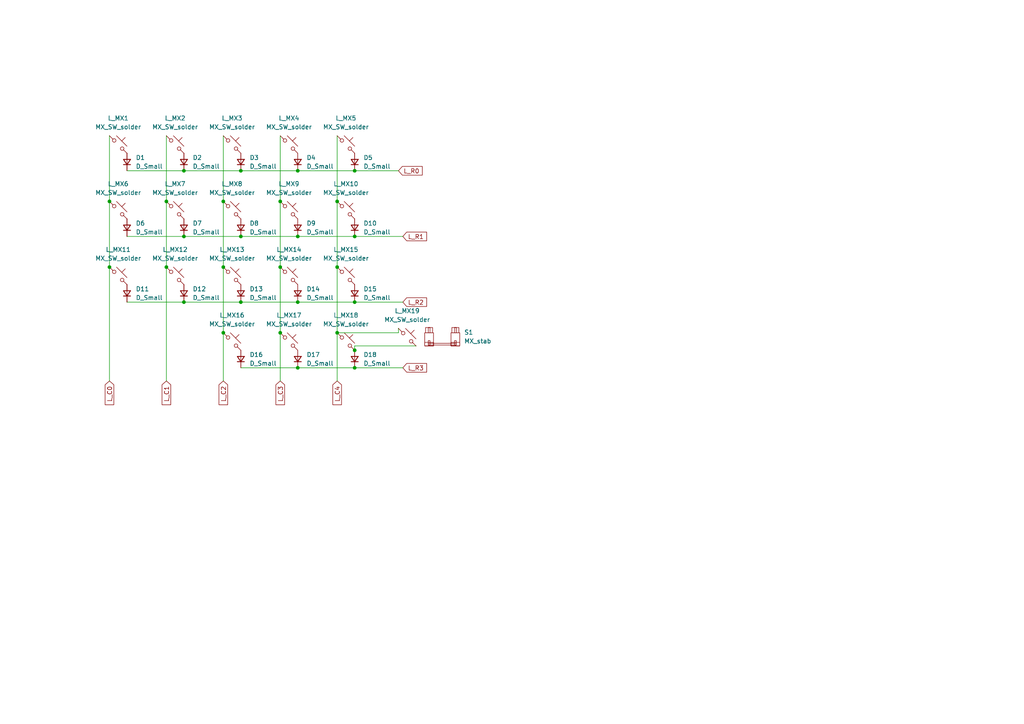
<source format=kicad_sch>
(kicad_sch (version 20230121) (generator eeschema)
  (paper "A4")
  (lib_symbols
    (symbol "Device:D_Small" (pin_numbers hide) (pin_names (offset 0.254) hide)
      (property "Reference" "D" (at -1.27 2.032 0))
      (property "Value" "D_Small" (at -3.81 -2.032 0))
      (symbol "D_Small_0_1"
        (polyline (pts (xy -0.762 -1.016) (xy -0.762 1.016)) (stroke (width 0.254)))
        (polyline (pts (xy -0.762 0) (xy 0.762 0)))
        (polyline (pts (xy 0.762 -1.016) (xy -0.762 0) (xy 0.762 1.016) (xy 0.762 -1.016)) (stroke (width 0.254)))
      )
      (symbol "D_Small_1_1"
        (pin passive line (at -2.54 0 0) (length 1.778) (name "K") (number "1"))
        (pin passive line (at 2.54 0 180) (length 1.778) (name "A") (number "2"))
      )
    )
    (symbol "PCM_marbastlib-mx:MX_SW_solder" (pin_numbers hide) (pin_names (offset 1.016) hide)
      (property "Reference" "MX" (at 3.048 1.016 0))
      (property "Value" "MX_SW_solder" (at 0 -3.81 0))
      (symbol "MX_SW_solder_0_1"
        (circle (center -1.1684 1.1684) (radius 0.508))
        (polyline (pts (xy -0.508 2.54) (xy 2.54 -0.508)))
        (polyline (pts (xy 1.016 1.016) (xy 2.032 2.032)))
        (polyline (pts (xy -2.54 2.54) (xy -1.524 1.524) (xy -1.524 1.524)))
        (polyline (pts (xy 1.524 -1.524) (xy 2.54 -2.54) (xy 2.54 -2.54) (xy 2.54 -2.54)))
        (circle (center 1.143 -1.1938) (radius 0.508))
        (pin passive line (at -2.54 2.54 0) (length 0) (name "1") (number "1"))
        (pin passive line (at 2.54 -2.54 180) (length 0) (name "2") (number "2"))
      )
    )
    (symbol "PCM_marbastlib-mx:MX_stab" (pin_names (offset 1.016))
      (property "Reference" "S" (at -5.08 6.35 0))
      (property "Value" "MX_stab" (at -5.08 3.81 0))
      (symbol "MX_stab_0_1"
        (rectangle (start -5.08 -1.524) (end -2.54 -2.54))
        (rectangle (start -5.08 1.27) (end -2.54 -2.54))
        (rectangle (start -4.826 2.794) (end -2.794 1.27))
        (rectangle (start -4.064 -2.286) (end -3.556 -1.016))
        (rectangle (start -4.064 -1.778) (end 4.064 -2.286))
        (rectangle (start -4.064 1.27) (end -3.556 2.794))
        (rectangle (start 2.54 -1.524) (end 5.08 -2.54))
        (rectangle (start 2.54 1.27) (end 5.08 -2.54))
        (rectangle (start 2.794 2.794) (end 4.826 1.27))
        (rectangle (start 3.556 1.27) (end 4.064 2.794))
        (rectangle (start 4.064 -2.286) (end 3.556 -1.016))
      )
    )
  )
  (junction (at 86.36 106.68))
  (junction (at 102.87 106.68))
  (junction (at 53.34 87.63))
  (junction (at 81.28 77.47))
  (junction (at 69.85 68.58))
  (junction (at 31.75 77.47))
  (junction (at 69.85 49.53))
  (junction (at 64.77 96.52))
  (junction (at 86.36 68.58))
  (junction (at 31.75 58.42))
  (junction (at 102.87 101.6))
  (junction (at 81.28 96.52))
  (junction (at 102.87 87.63))
  (junction (at 102.87 68.58))
  (junction (at 53.34 49.53))
  (junction (at 81.28 58.42))
  (junction (at 102.87 49.53))
  (junction (at 69.85 87.63))
  (junction (at 53.34 68.58))
  (junction (at 64.77 58.42))
  (junction (at 48.26 58.42))
  (junction (at 97.79 58.42))
  (junction (at 97.79 96.52))
  (junction (at 97.79 77.47))
  (junction (at 86.36 49.53))
  (junction (at 86.36 87.63))
  (junction (at 64.77 77.47))
  (junction (at 48.26 77.47))
  (wire (pts (xy 115.57 96.52) (xy 115.57 95.25)))
  (wire (pts (xy 53.34 49.53) (xy 69.85 49.53)))
  (wire (pts (xy 86.36 68.58) (xy 102.87 68.58)))
  (wire (pts (xy 64.77 77.47) (xy 64.77 96.52)))
  (wire (pts (xy 31.75 39.37) (xy 31.75 58.42)))
  (wire (pts (xy 102.87 106.68) (xy 116.84 106.68)))
  (wire (pts (xy 69.85 106.68) (xy 86.36 106.68)))
  (wire (pts (xy 69.85 49.53) (xy 86.36 49.53)))
  (wire (pts (xy 102.87 87.63) (xy 116.84 87.63)))
  (wire (pts (xy 81.28 39.37) (xy 81.28 58.42)))
  (wire (pts (xy 86.36 87.63) (xy 102.87 87.63)))
  (wire (pts (xy 102.87 49.53) (xy 115.57 49.53)))
  (wire (pts (xy 81.28 58.42) (xy 81.28 77.47)))
  (wire (pts (xy 48.26 39.37) (xy 48.26 58.42)))
  (wire (pts (xy 97.79 96.52) (xy 115.57 96.52)))
  (wire (pts (xy 64.77 96.52) (xy 64.77 110.49)))
  (wire (pts (xy 69.85 68.58) (xy 86.36 68.58)))
  (wire (pts (xy 64.77 39.37) (xy 64.77 58.42)))
  (wire (pts (xy 53.34 87.63) (xy 69.85 87.63)))
  (wire (pts (xy 97.79 96.52) (xy 97.79 110.49)))
  (wire (pts (xy 102.87 100.33) (xy 102.87 101.6)))
  (wire (pts (xy 31.75 77.47) (xy 31.75 110.49)))
  (wire (pts (xy 102.87 68.58) (xy 116.84 68.58)))
  (wire (pts (xy 64.77 58.42) (xy 64.77 77.47)))
  (wire (pts (xy 81.28 77.47) (xy 81.28 96.52)))
  (wire (pts (xy 102.87 100.33) (xy 120.65 100.33)))
  (wire (pts (xy 86.36 49.53) (xy 102.87 49.53)))
  (wire (pts (xy 48.26 77.47) (xy 48.26 110.49)))
  (wire (pts (xy 36.83 87.63) (xy 53.34 87.63)))
  (wire (pts (xy 97.79 58.42) (xy 97.79 77.47)))
  (wire (pts (xy 36.83 49.53) (xy 53.34 49.53)))
  (wire (pts (xy 97.79 39.37) (xy 97.79 58.42)))
  (wire (pts (xy 36.83 68.58) (xy 53.34 68.58)))
  (wire (pts (xy 97.79 77.47) (xy 97.79 96.52)))
  (wire (pts (xy 81.28 96.52) (xy 81.28 110.49)))
  (wire (pts (xy 69.85 87.63) (xy 86.36 87.63)))
  (wire (pts (xy 86.36 106.68) (xy 102.87 106.68)))
  (wire (pts (xy 48.26 58.42) (xy 48.26 77.47)))
  (wire (pts (xy 31.75 58.42) (xy 31.75 77.47)))
  (wire (pts (xy 53.34 68.58) (xy 69.85 68.58)))
  (global_label "L_C1" (shape input) (at 48.26 110.49 270) (property "Intersheetrefs" "${INTERSHEET_REFS}" (effects hide)))
  (global_label "L_R0" (shape input) (at 115.57 49.53 0) (property "Intersheetrefs" "${INTERSHEET_REFS}" (effects hide)))
  (global_label "L_C2" (shape input) (at 64.77 110.49 270) (property "Intersheetrefs" "${INTERSHEET_REFS}" (effects hide)))
  (global_label "L_R2" (shape input) (at 116.84 87.63 0) (property "Intersheetrefs" "${INTERSHEET_REFS}" (effects hide)))
  (global_label "L_R1" (shape input) (at 116.84 68.58 0) (property "Intersheetrefs" "${INTERSHEET_REFS}" (effects hide)))
  (global_label "L_C4" (shape input) (at 97.79 110.49 270) (property "Intersheetrefs" "${INTERSHEET_REFS}" (effects hide)))
  (global_label "L_R3" (shape input) (at 116.84 106.68 0) (property "Intersheetrefs" "${INTERSHEET_REFS}" (effects hide)))
  (global_label "L_C3" (shape input) (at 81.28 110.49 270) (property "Intersheetrefs" "${INTERSHEET_REFS}" (effects hide)))
  (global_label "L_C0" (shape input) (at 31.75 110.49 270) (property "Intersheetrefs" "${INTERSHEET_REFS}" (effects hide)))
  (symbol (lib_id "Device:D_Small") (at 36.83 66.04 90) (unit 1)
    (property "Reference" "D6" (at 39.37 64.77 90) (effects (justify right)))
    (property "Value" "D_Small" (at 39.37 67.31 90) (effects (justify right)))
    (property "Footprint" "Diode_SMD:D_SOD-323" (effects hide))
    (property "Sim.Device" "D" (effects hide))
    (property "Sim.Pins" "1=K 2=A" (effects hide))
  )
  (symbol (lib_id "Device:D_Small") (at 36.83 46.99 90) (unit 1)
    (property "Reference" "D1" (at 39.37 45.72 90) (effects (justify right)))
    (property "Value" "D_Small" (at 39.37 48.26 90) (effects (justify right)))
    (property "Footprint" "Diode_SMD:D_SOD-323" (effects hide))
    (property "Sim.Device" "D" (effects hide))
    (property "Sim.Pins" "1=K 2=A" (effects hide))
  )
  (symbol (lib_id "Device:D_Small") (at 53.34 85.09 90) (unit 1)
    (property "Reference" "D12" (at 55.88 83.82 90) (effects (justify right)))
    (property "Value" "D_Small" (at 55.88 86.36 90) (effects (justify right)))
    (property "Footprint" "Diode_SMD:D_SOD-323" (effects hide))
    (property "Sim.Device" "D" (effects hide))
    (property "Sim.Pins" "1=K 2=A" (effects hide))
  )
  (symbol (lib_id "Device:D_Small") (at 69.85 104.14 90) (unit 1)
    (property "Reference" "D16" (at 72.39 102.87 90) (effects (justify right)))
    (property "Value" "D_Small" (at 72.39 105.41 90) (effects (justify right)))
    (property "Footprint" "Diode_SMD:D_SOD-323" (effects hide))
    (property "Sim.Device" "D" (effects hide))
    (property "Sim.Pins" "1=K 2=A" (effects hide))
  )
  (symbol (lib_id "Device:D_Small") (at 86.36 66.04 90) (unit 1)
    (property "Reference" "D9" (at 88.9 64.77 90) (effects (justify right)))
    (property "Value" "D_Small" (at 88.9 67.31 90) (effects (justify right)))
    (property "Footprint" "Diode_SMD:D_SOD-323" (effects hide))
    (property "Sim.Device" "D" (effects hide))
    (property "Sim.Pins" "1=K 2=A" (effects hide))
  )
  (symbol (lib_id "PCM_marbastlib-mx:MX_SW_solder") (at 83.82 41.91 0) (unit 1)
    (property "Reference" "L_MX4" (at 83.82 34.29 0))
    (property "Value" "MX_SW_solder" (at 83.82 36.83 0))
    (property "Footprint" "PCM_marbastlib-mx:SW_MX_1.25u" (effects hide))
  )
  (symbol (lib_id "PCM_marbastlib-mx:MX_SW_solder") (at 83.82 99.06 0) (unit 1)
    (property "Reference" "L_MX17" (at 83.82 91.44 0))
    (property "Value" "MX_SW_solder" (at 83.82 93.98 0))
    (property "Footprint" "PCM_marbastlib-mx:SW_MX_1u" (effects hide))
  )
  (symbol (lib_id "Device:D_Small") (at 69.85 66.04 90) (unit 1)
    (property "Reference" "D8" (at 72.39 64.77 90) (effects (justify right)))
    (property "Value" "D_Small" (at 72.39 67.31 90) (effects (justify right)))
    (property "Footprint" "Diode_SMD:D_SOD-323" (effects hide))
    (property "Sim.Device" "D" (effects hide))
    (property "Sim.Pins" "1=K 2=A" (effects hide))
  )
  (symbol (lib_id "PCM_marbastlib-mx:MX_SW_solder") (at 50.8 41.91 0) (unit 1)
    (property "Reference" "L_MX2" (at 50.8 34.29 0))
    (property "Value" "MX_SW_solder" (at 50.8 36.83 0))
    (property "Footprint" "PCM_marbastlib-mx:SW_MX_1.5u" (effects hide))
  )
  (symbol (lib_id "Device:D_Small") (at 102.87 46.99 90) (unit 1)
    (property "Reference" "D5" (at 105.41 45.72 90) (effects (justify right)))
    (property "Value" "D_Small" (at 105.41 48.26 90) (effects (justify right)))
    (property "Footprint" "Diode_SMD:D_SOD-323" (effects hide))
    (property "Sim.Device" "D" (effects hide))
    (property "Sim.Pins" "1=K 2=A" (effects hide))
  )
  (symbol (lib_id "PCM_marbastlib-mx:MX_SW_solder") (at 67.31 60.96 0) (unit 1)
    (property "Reference" "L_MX8" (at 67.31 53.34 0))
    (property "Value" "MX_SW_solder" (at 67.31 55.88 0))
    (property "Footprint" "PCM_marbastlib-mx:SW_MX_1u" (effects hide))
  )
  (symbol (lib_id "PCM_marbastlib-mx:MX_SW_solder") (at 67.31 99.06 0) (unit 1)
    (property "Reference" "L_MX16" (at 67.31 91.44 0))
    (property "Value" "MX_SW_solder" (at 67.31 93.98 0))
    (property "Footprint" "PCM_marbastlib-mx:SW_MX_1u" (effects hide))
  )
  (symbol (lib_id "Device:D_Small") (at 53.34 66.04 90) (unit 1)
    (property "Reference" "D7" (at 55.88 64.77 90) (effects (justify right)))
    (property "Value" "D_Small" (at 55.88 67.31 90) (effects (justify right)))
    (property "Footprint" "Diode_SMD:D_SOD-323" (effects hide))
    (property "Sim.Device" "D" (effects hide))
    (property "Sim.Pins" "1=K 2=A" (effects hide))
  )
  (symbol (lib_id "Device:D_Small") (at 69.85 85.09 90) (unit 1)
    (property "Reference" "D13" (at 72.39 83.82 90) (effects (justify right)))
    (property "Value" "D_Small" (at 72.39 86.36 90) (effects (justify right)))
    (property "Footprint" "Diode_SMD:D_SOD-323" (effects hide))
    (property "Sim.Device" "D" (effects hide))
    (property "Sim.Pins" "1=K 2=A" (effects hide))
  )
  (symbol (lib_id "PCM_marbastlib-mx:MX_SW_solder") (at 67.31 41.91 0) (unit 1)
    (property "Reference" "L_MX3" (at 67.31 34.29 0))
    (property "Value" "MX_SW_solder" (at 67.31 36.83 0))
    (property "Footprint" "PCM_marbastlib-mx:SW_MX_1u" (effects hide))
  )
  (symbol (lib_id "PCM_marbastlib-mx:MX_SW_solder") (at 83.82 60.96 0) (unit 1)
    (property "Reference" "L_MX9" (at 83.82 53.34 0))
    (property "Value" "MX_SW_solder" (at 83.82 55.88 0))
    (property "Footprint" "PCM_marbastlib-mx:SW_MX_1u" (effects hide))
  )
  (symbol (lib_id "PCM_marbastlib-mx:MX_SW_solder") (at 50.8 80.01 0) (unit 1)
    (property "Reference" "L_MX12" (at 50.8 72.39 0))
    (property "Value" "MX_SW_solder" (at 50.8 74.93 0))
    (property "Footprint" "PCM_marbastlib-mx:SW_MX_1.75u" (effects hide))
  )
  (symbol (lib_id "PCM_marbastlib-mx:MX_SW_solder") (at 100.33 80.01 0) (unit 1)
    (property "Reference" "L_MX15" (at 100.33 72.39 0))
    (property "Value" "MX_SW_solder" (at 100.33 74.93 0))
    (property "Footprint" "PCM_marbastlib-mx:SW_MX_1u" (effects hide))
  )
  (symbol (lib_id "Device:D_Small") (at 102.87 85.09 90) (unit 1)
    (property "Reference" "D15" (at 105.41 83.82 90) (effects (justify right)))
    (property "Value" "D_Small" (at 105.41 86.36 90) (effects (justify right)))
    (property "Footprint" "Diode_SMD:D_SOD-323" (effects hide))
    (property "Sim.Device" "D" (effects hide))
    (property "Sim.Pins" "1=K 2=A" (effects hide))
  )
  (symbol (lib_id "Device:D_Small") (at 102.87 104.14 90) (unit 1)
    (property "Reference" "D18" (at 105.41 102.87 90) (effects (justify right)))
    (property "Value" "D_Small" (at 105.41 105.41 90) (effects (justify right)))
    (property "Footprint" "Diode_SMD:D_SOD-323" (effects hide))
    (property "Sim.Device" "D" (effects hide))
    (property "Sim.Pins" "1=K 2=A" (effects hide))
  )
  (symbol (lib_id "PCM_marbastlib-mx:MX_SW_solder") (at 118.11 97.79 0) (unit 1)
    (property "Reference" "L_MX19" (at 118.11 90.17 0))
    (property "Value" "MX_SW_solder" (at 118.11 92.71 0))
    (property "Footprint" "PCM_marbastlib-mx:SW_MX_1u" (effects hide))
  )
  (symbol (lib_id "PCM_marbastlib-mx:MX_SW_solder") (at 100.33 41.91 0) (unit 1)
    (property "Reference" "L_MX5" (at 100.33 34.29 0))
    (property "Value" "MX_SW_solder" (at 100.33 36.83 0))
    (property "Footprint" "PCM_marbastlib-mx:SW_MX_1.25u" (effects hide))
  )
  (symbol (lib_id "PCM_marbastlib-mx:MX_SW_solder") (at 83.82 80.01 0) (unit 1)
    (property "Reference" "L_MX14" (at 83.82 72.39 0))
    (property "Value" "MX_SW_solder" (at 83.82 74.93 0))
    (property "Footprint" "PCM_marbastlib-mx:SW_MX_1u" (effects hide))
  )
  (symbol (lib_id "PCM_marbastlib-mx:MX_SW_solder") (at 100.33 99.06 0) (unit 1)
    (property "Reference" "L_MX18" (at 100.33 91.44 0))
    (property "Value" "MX_SW_solder" (at 100.33 93.98 0))
    (property "Footprint" "PCM_marbastlib-mx:SW_MX_1u" (effects hide))
  )
  (symbol (lib_id "Device:D_Small") (at 86.36 46.99 90) (unit 1)
    (property "Reference" "D4" (at 88.9 45.72 90) (effects (justify right)))
    (property "Value" "D_Small" (at 88.9 48.26 90) (effects (justify right)))
    (property "Footprint" "Diode_SMD:D_SOD-323" (effects hide))
    (property "Sim.Device" "D" (effects hide))
    (property "Sim.Pins" "1=K 2=A" (effects hide))
  )
  (symbol (lib_id "PCM_marbastlib-mx:MX_SW_solder") (at 100.33 60.96 0) (unit 1)
    (property "Reference" "L_MX10" (at 100.33 53.34 0))
    (property "Value" "MX_SW_solder" (at 100.33 55.88 0))
    (property "Footprint" "PCM_marbastlib-mx:SW_MX_1u" (effects hide))
  )
  (symbol (lib_id "Device:D_Small") (at 69.85 46.99 90) (unit 1)
    (property "Reference" "D3" (at 72.39 45.72 90) (effects (justify right)))
    (property "Value" "D_Small" (at 72.39 48.26 90) (effects (justify right)))
    (property "Footprint" "Diode_SMD:D_SOD-323" (effects hide))
    (property "Sim.Device" "D" (effects hide))
    (property "Sim.Pins" "1=K 2=A" (effects hide))
  )
  (symbol (lib_id "PCM_marbastlib-mx:MX_stab") (at 128.27 97.79 0) (unit 1)
    (property "Reference" "S1" (at 134.62 96.393 0) (effects (justify left)))
    (property "Value" "MX_stab" (at 134.62 98.933 0) (effects (justify left)))
    (property "Footprint" "PCM_marbastlib-mx:STAB_MX_2u" (effects hide))
  )
  (symbol (lib_id "PCM_marbastlib-mx:MX_SW_solder") (at 34.29 60.96 0) (unit 1)
    (property "Reference" "L_MX6" (at 34.29 53.34 0))
    (property "Value" "MX_SW_solder" (at 34.29 55.88 0))
    (property "Footprint" "PCM_marbastlib-mx:SW_MX_1u" (effects hide))
  )
  (symbol (lib_id "PCM_marbastlib-mx:MX_SW_solder") (at 34.29 41.91 0) (unit 1)
    (property "Reference" "L_MX1" (at 34.29 34.29 0))
    (property "Value" "MX_SW_solder" (at 34.29 36.83 0))
    (property "Footprint" "PCM_marbastlib-mx:SW_MX_1.75u" (effects hide))
  )
  (symbol (lib_id "Device:D_Small") (at 102.87 66.04 90) (unit 1)
    (property "Reference" "D10" (at 105.41 64.77 90) (effects (justify right)))
    (property "Value" "D_Small" (at 105.41 67.31 90) (effects (justify right)))
    (property "Footprint" "Diode_SMD:D_SOD-323" (effects hide))
    (property "Sim.Device" "D" (effects hide))
    (property "Sim.Pins" "1=K 2=A" (effects hide))
  )
  (symbol (lib_id "PCM_marbastlib-mx:MX_SW_solder") (at 50.8 60.96 0) (unit 1)
    (property "Reference" "L_MX7" (at 50.8 53.34 0))
    (property "Value" "MX_SW_solder" (at 50.8 55.88 0))
    (property "Footprint" "PCM_marbastlib-mx:SW_MX_1u" (effects hide))
  )
  (symbol (lib_id "Device:D_Small") (at 86.36 85.09 90) (unit 1)
    (property "Reference" "D14" (at 88.9 83.82 90) (effects (justify right)))
    (property "Value" "D_Small" (at 88.9 86.36 90) (effects (justify right)))
    (property "Footprint" "Diode_SMD:D_SOD-323" (effects hide))
    (property "Sim.Device" "D" (effects hide))
    (property "Sim.Pins" "1=K 2=A" (effects hide))
  )
  (symbol (lib_id "PCM_marbastlib-mx:MX_SW_solder") (at 67.31 80.01 0) (unit 1)
    (property "Reference" "L_MX13" (at 67.31 72.39 0))
    (property "Value" "MX_SW_solder" (at 67.31 74.93 0))
    (property "Footprint" "PCM_marbastlib-mx:SW_MX_1.25u" (effects hide))
  )
  (symbol (lib_id "Device:D_Small") (at 86.36 104.14 90) (unit 1)
    (property "Reference" "D17" (at 88.9 102.87 90) (effects (justify right)))
    (property "Value" "D_Small" (at 88.9 105.41 90) (effects (justify right)))
    (property "Footprint" "Diode_SMD:D_SOD-323" (effects hide))
    (property "Sim.Device" "D" (effects hide))
    (property "Sim.Pins" "1=K 2=A" (effects hide))
  )
  (symbol (lib_id "PCM_marbastlib-mx:MX_SW_solder") (at 34.29 80.01 0) (unit 1)
    (property "Reference" "L_MX11" (at 34.29 72.39 0))
    (property "Value" "MX_SW_solder" (at 34.29 74.93 0))
    (property "Footprint" "PCM_marbastlib-mx:SW_MX_1.5u" (effects hide))
  )
  (symbol (lib_id "Device:D_Small") (at 36.83 85.09 90) (unit 1)
    (property "Reference" "D11" (at 39.37 83.82 90) (effects (justify right)))
    (property "Value" "D_Small" (at 39.37 86.36 90) (effects (justify right)))
    (property "Footprint" "Diode_SMD:D_SOD-323" (effects hide))
    (property "Sim.Device" "D" (effects hide))
    (property "Sim.Pins" "1=K 2=A" (effects hide))
  )
  (symbol (lib_id "Device:D_Small") (at 53.34 46.99 90) (unit 1)
    (property "Reference" "D2" (at 55.88 45.72 90) (effects (justify right)))
    (property "Value" "D_Small" (at 55.88 48.26 90) (effects (justify right)))
    (property "Footprint" "Diode_SMD:D_SOD-323" (effects hide))
    (property "Sim.Device" "D" (effects hide))
    (property "Sim.Pins" "1=K 2=A" (effects hide))
  )
)
</source>
